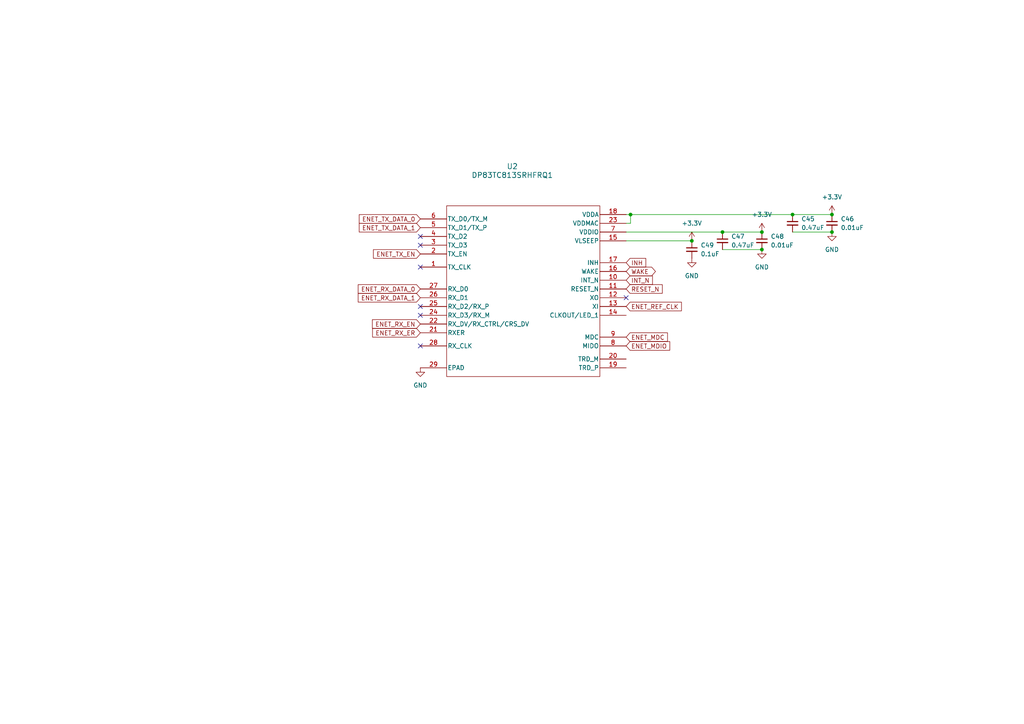
<source format=kicad_sch>
(kicad_sch (version 20231120) (generator "eeschema") (generator_version "8.0")
  (paper "A4")
  (lib_symbols
    (symbol "DP83TC813SRHFRQ1:DP83TC813SRHFRQ1" (pin_names (offset 0.254))
      (property "Reference" "U2" (at 45.72 10.16 0))
      (property "Value" "DP83TC813SRHFRQ1" (at 45.72 7.62 0))
      (symbol "DP83TC813SRHFRQ1_1_1"
        (rectangle (start 26.67 -1.27) (end 71.12 -50.8))
        (pin bidirectional line (at 19.05 -19.05 0) (length 7.62) (name "TX_CLK") (number "1"))
        (pin input line (at 78.74 -22.86 180) (length 7.62) (name "INT_N") (number "10"))
        (pin input line (at 78.74 -25.4 180) (length 7.62) (name "RESET_N") (number "11"))
        (pin output line (at 78.74 -27.94 180) (length 7.62) (name "XO") (number "12"))
        (pin input line (at 78.74 -30.48 180) (length 7.62) (name "XI") (number "13"))
        (pin output line (at 78.74 -33.02 180) (length 7.62) (name "CLKOUT/LED_1") (number "14"))
        (pin power_in line (at 78.74 -11.43 180) (length 7.62) (name "VLSEEP") (number "15"))
        (pin bidirectional line (at 78.74 -20.32 180) (length 7.62) (name "WAKE") (number "16"))
        (pin input line (at 78.74 -17.78 180) (length 7.62) (name "INH") (number "17"))
        (pin power_in line (at 78.74 -3.81 180) (length 7.62) (name "VDDA") (number "18"))
        (pin bidirectional line (at 78.74 -48.26 180) (length 7.62) (name "TRD_P") (number "19"))
        (pin input line (at 19.05 -15.24 0) (length 7.62) (name "TX_EN") (number "2"))
        (pin bidirectional line (at 78.74 -45.72 180) (length 7.62) (name "TRD_M") (number "20"))
        (pin output line (at 19.05 -38.1 0) (length 7.62) (name "RXER") (number "21"))
        (pin output line (at 19.05 -35.56 0) (length 7.62) (name "RX_DV/RX_CTRL/CRS_DV") (number "22"))
        (pin power_in line (at 78.74 -6.35 180) (length 7.62) (name "VDDMAC") (number "23"))
        (pin bidirectional line (at 19.05 -33.02 0) (length 7.62) (name "RX_D3/RX_M") (number "24"))
        (pin bidirectional line (at 19.05 -30.48 0) (length 7.62) (name "RX_D2/RX_P") (number "25"))
        (pin bidirectional line (at 19.05 -27.94 0) (length 7.62) (name "RX_D1") (number "26"))
        (pin bidirectional line (at 19.05 -25.4 0) (length 7.62) (name "RX_D0") (number "27"))
        (pin output line (at 19.05 -41.91 0) (length 7.62) (name "RX_CLK") (number "28"))
        (pin power_out line (at 19.05 -48.26 0) (length 7.62) (name "EPAD") (number "29"))
        (pin bidirectional line (at 19.05 -12.7 0) (length 7.62) (name "TX_D3") (number "3"))
        (pin bidirectional line (at 19.05 -10.16 0) (length 7.62) (name "TX_D2") (number "4"))
        (pin bidirectional line (at 19.05 -7.62 0) (length 7.62) (name "TX_D1/TX_P") (number "5"))
        (pin bidirectional line (at 19.05 -5.08 0) (length 7.62) (name "TX_D0/TX_M") (number "6"))
        (pin power_in line (at 78.74 -8.89 180) (length 7.62) (name "VDDIO") (number "7"))
        (pin bidirectional line (at 78.74 -41.91 180) (length 7.62) (name "MIDO") (number "8"))
        (pin input line (at 78.74 -39.37 180) (length 7.62) (name "MDC") (number "9"))
      )
    )
    (symbol "Device:C_Small" (pin_numbers hide) (pin_names (offset 0.254) hide)
      (property "Reference" "C" (at 0.254 1.778 0))
      (property "Value" "C_Small" (at 0.254 -2.032 0))
      (symbol "C_Small_0_1"
        (polyline (pts (xy -1.524 -0.508) (xy 1.524 -0.508)) (stroke (width 0.3302)))
        (polyline (pts (xy -1.524 0.508) (xy 1.524 0.508)) (stroke (width 0.3048)))
      )
      (symbol "C_Small_1_1"
        (pin passive line (at 0 2.54 270) (length 2.032) (name "~") (number "1"))
        (pin passive line (at 0 -2.54 90) (length 2.032) (name "~") (number "2"))
      )
    )
    (symbol "power:+3.3V" (power) (pin_numbers hide) (pin_names (offset 0) hide)
      (property "Value" "+3.3V" (at 0 3.556 0))
      (symbol "+3.3V_0_1"
        (polyline (pts (xy -0.762 1.27) (xy 0 2.54)))
        (polyline (pts (xy 0 0) (xy 0 2.54)))
        (polyline (pts (xy 0 2.54) (xy 0.762 1.27)))
      )
      (symbol "+3.3V_1_1"
        (pin power_in line (at 0 0 90) (length 0) (name "~") (number "1"))
      )
    )
    (symbol "power:GND" (power) (pin_numbers hide) (pin_names (offset 0) hide)
      (property "Value" "GND" (at 0 -3.81 0))
      (symbol "GND_0_1"
        (polyline (pts (xy 0 0) (xy 0 -1.27) (xy 1.27 -1.27) (xy 0 -2.54) (xy -1.27 -1.27) (xy 0 -1.27)))
      )
      (symbol "GND_1_1"
        (pin power_in line (at 0 0 270) (length 0) (name "~") (number "1"))
      )
    )
  )
  (junction (at 220.98 67.31))
  (junction (at 209.55 67.31))
  (junction (at 200.66 69.85))
  (junction (at 241.3 67.31))
  (junction (at 220.98 72.39))
  (junction (at 182.88 62.23))
  (junction (at 229.87 62.23))
  (junction (at 241.3 62.23))
  (no_connect (at 121.92 71.12))
  (no_connect (at 121.92 91.44))
  (no_connect (at 121.92 100.33))
  (no_connect (at 121.92 77.47))
  (no_connect (at 121.92 88.9))
  (no_connect (at 121.92 68.58))
  (no_connect (at 181.61 86.36))
  (wire (pts (xy 209.55 72.39) (xy 220.98 72.39)))
  (wire (pts (xy 229.87 67.31) (xy 241.3 67.31)))
  (wire (pts (xy 181.61 69.85) (xy 200.66 69.85)))
  (wire (pts (xy 209.55 67.31) (xy 220.98 67.31)))
  (wire (pts (xy 182.88 64.77) (xy 182.88 62.23)))
  (wire (pts (xy 181.61 62.23) (xy 182.88 62.23)))
  (wire (pts (xy 229.87 62.23) (xy 241.3 62.23)))
  (wire (pts (xy 181.61 64.77) (xy 182.88 64.77)))
  (wire (pts (xy 181.61 67.31) (xy 209.55 67.31)))
  (wire (pts (xy 182.88 62.23) (xy 229.87 62.23)))
  (global_label "ENET_TX_DATA_0" (shape input) (at 121.92 63.5 180) (property "Intersheetrefs" "${INTERSHEET_REFS}" (effects (hide yes))))
  (global_label "ENET_TX_DATA_1" (shape input) (at 121.92 66.04 180) (property "Intersheetrefs" "${INTERSHEET_REFS}" (effects (hide yes))))
  (global_label "ENET_RX_DATA_0" (shape input) (at 121.92 83.82 180) (property "Intersheetrefs" "${INTERSHEET_REFS}" (effects (hide yes))))
  (global_label "WAKE" (shape bidirectional) (at 181.61 78.74 0) (property "Intersheetrefs" "${INTERSHEET_REFS}" (effects (hide yes))))
  (global_label "ENET_MDIO" (shape input) (at 181.61 100.33 0) (property "Intersheetrefs" "${INTERSHEET_REFS}" (effects (hide yes))))
  (global_label "ENET_MDC" (shape input) (at 181.61 97.79 0) (property "Intersheetrefs" "${INTERSHEET_REFS}" (effects (hide yes))))
  (global_label "INT_N" (shape input) (at 181.61 81.28 0) (property "Intersheetrefs" "${INTERSHEET_REFS}" (effects (hide yes))))
  (global_label "ENET_RX_DATA_1" (shape input) (at 121.92 86.36 180) (property "Intersheetrefs" "${INTERSHEET_REFS}" (effects (hide yes))))
  (global_label "ENET_RX_EN" (shape input) (at 121.92 93.98 180) (property "Intersheetrefs" "${INTERSHEET_REFS}" (effects (hide yes))))
  (global_label "ENET_RX_ER" (shape input) (at 121.92 96.52 180) (property "Intersheetrefs" "${INTERSHEET_REFS}" (effects (hide yes))))
  (global_label "RESET_N" (shape input) (at 181.61 83.82 0) (property "Intersheetrefs" "${INTERSHEET_REFS}" (effects (hide yes))))
  (global_label "INH" (shape input) (at 181.61 76.2 0) (property "Intersheetrefs" "${INTERSHEET_REFS}" (effects (hide yes))))
  (global_label "ENET_TX_EN" (shape input) (at 121.92 73.66 180) (property "Intersheetrefs" "${INTERSHEET_REFS}" (effects (hide yes))))
  (global_label "ENET_REF_CLK" (shape input) (at 181.61 88.9 0) (property "Intersheetrefs" "${INTERSHEET_REFS}" (effects (hide yes))))
  (symbol (lib_id "Device:C_Small") (at 220.98 69.85 0) (unit 1)
    (property "Reference" "C48" (at 223.52 68.5862 0) (effects (justify left)))
    (property "Value" "0.01uF" (at 223.52 71.1262 0) (effects (justify left)))
    (property "Description" "Unpolarized capacitor, small symbol" (effects (hide yes)))
  )
  (symbol (lib_id "power:GND") (at 220.98 72.39 0) (unit 1)
    (property "Reference" "#PWR032" (effects (hide yes)))
    (property "Value" "GND" (at 220.98 77.47 0))
    (property "Description" "Power symbol creates a global label with name \"GND\" , ground" (effects (hide yes)))
  )
  (symbol (lib_id "power:+3.3V") (at 200.66 69.85 0) (unit 1)
    (property "Reference" "#PWR038" (effects (hide yes)))
    (property "Value" "+3.3V" (at 200.66 64.77 0))
    (property "Description" "Power symbol creates a global label with name \"+3.3V\"" (effects (hide yes)))
  )
  (symbol (lib_id "Device:C_Small") (at 241.3 64.77 0) (unit 1)
    (property "Reference" "C46" (at 243.84 63.5062 0) (effects (justify left)))
    (property "Value" "0.01uF" (at 243.84 66.0462 0) (effects (justify left)))
    (property "Description" "Unpolarized capacitor, small symbol" (effects (hide yes)))
  )
  (symbol (lib_id "power:+3.3V") (at 241.3 62.23 0) (unit 1)
    (property "Reference" "#PWR036" (effects (hide yes)))
    (property "Value" "+3.3V" (at 241.3 57.15 0))
    (property "Description" "Power symbol creates a global label with name \"+3.3V\"" (effects (hide yes)))
  )
  (symbol (lib_id "Device:C_Small") (at 229.87 64.77 0) (unit 1)
    (property "Reference" "C45" (at 232.41 63.5062 0) (effects (justify left)))
    (property "Value" "0.47uF" (at 232.41 66.0462 0) (effects (justify left)))
    (property "Description" "Unpolarized capacitor, small symbol" (effects (hide yes)))
  )
  (symbol (lib_id "Device:C_Small") (at 209.55 69.85 0) (unit 1)
    (property "Reference" "C47" (at 212.09 68.5862 0) (effects (justify left)))
    (property "Value" "0.47uF" (at 212.09 71.1262 0) (effects (justify left)))
    (property "Description" "Unpolarized capacitor, small symbol" (effects (hide yes)))
  )
  (symbol (lib_id "DP83TC813SRHFRQ1:DP83TC813SRHFRQ1") (at 102.87 58.42 0) (unit 1)
    (property "Reference" "U2" (at 148.59 48.26 0) (effects (font (size 1.524 1.524))))
    (property "Value" "DP83TC813SRHFRQ1" (at 148.59 50.8 0) (effects (font (size 1.524 1.524))))
    (property "Footprint" "VQFN28_RHF_TEX" (effects (hide yes)))
    (property "Datasheet" "DP83TC813SRHFRQ1" (effects (hide yes)))
  )
  (symbol (lib_id "Device:C_Small") (at 200.66 72.39 0) (unit 1)
    (property "Reference" "C49" (at 203.2 71.1262 0) (effects (justify left)))
    (property "Value" "0.1uF" (at 203.2 73.6662 0) (effects (justify left)))
    (property "Description" "Unpolarized capacitor, small symbol" (effects (hide yes)))
  )
  (symbol (lib_id "power:GND") (at 200.66 74.93 0) (unit 1)
    (property "Reference" "#PWR034" (effects (hide yes)))
    (property "Value" "GND" (at 200.66 80.01 0))
    (property "Description" "Power symbol creates a global label with name \"GND\" , ground" (effects (hide yes)))
  )
  (symbol (lib_id "power:+3.3V") (at 220.98 67.31 0) (unit 1)
    (property "Reference" "#PWR037" (effects (hide yes)))
    (property "Value" "+3.3V" (at 220.98 62.23 0))
    (property "Description" "Power symbol creates a global label with name \"+3.3V\"" (effects (hide yes)))
  )
  (symbol (lib_id "power:GND") (at 121.92 106.68 0) (unit 1)
    (property "Reference" "#PWR035" (effects (hide yes)))
    (property "Value" "GND" (at 121.92 111.76 0))
    (property "Description" "Power symbol creates a global label with name \"GND\" , ground" (effects (hide yes)))
  )
  (symbol (lib_id "power:GND") (at 241.3 67.31 0) (unit 1)
    (property "Reference" "#PWR033" (effects (hide yes)))
    (property "Value" "GND" (at 241.3 72.39 0))
    (property "Description" "Power symbol creates a global label with name \"GND\" , ground" (effects (hide yes)))
  )
)
</source>
